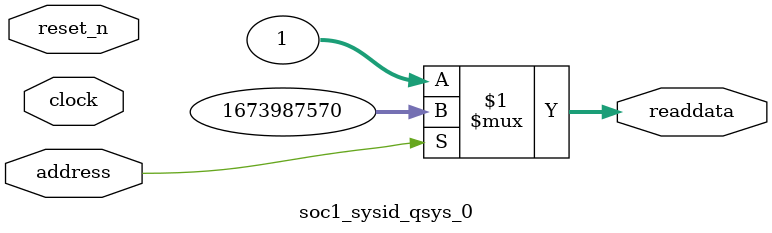
<source format=v>



// synthesis translate_off
`timescale 1ns / 1ps
// synthesis translate_on

// turn off superfluous verilog processor warnings 
// altera message_level Level1 
// altera message_off 10034 10035 10036 10037 10230 10240 10030 

module soc1_sysid_qsys_0 (
               // inputs:
                address,
                clock,
                reset_n,

               // outputs:
                readdata
             )
;

  output  [ 31: 0] readdata;
  input            address;
  input            clock;
  input            reset_n;

  wire    [ 31: 0] readdata;
  //control_slave, which is an e_avalon_slave
  assign readdata = address ? 1673987570 : 1;

endmodule



</source>
